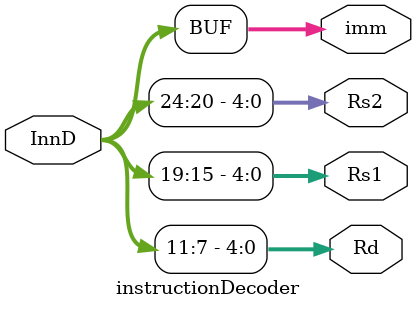
<source format=v>
module instructionDecoder(InnD,Rd,Rs1,Rs2,imm);

input [31:0] InnD;
output reg [4:0] Rd;
output reg [4:0] Rs1;
output reg [4:0] Rs2;
output reg [31:0] imm;


always @(InnD) begin



 Rd <= InnD[11:7];
 Rs1 <= InnD[19:15];
 Rs2 <= InnD[24:20];
 //imm <= InnD[31:20];
 imm <= InnD[31:0];
end

endmodule

</source>
